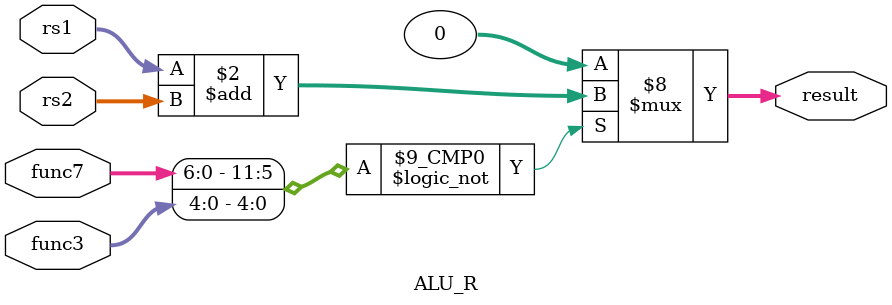
<source format=v>
module ALU_R(
    input  wire [4:0]  func3,  // Функциональный код для операций
    input  wire [6:0]  func7,  // Дополнительный функциональный код для умножения и деления
    input  wire [31:0] rs1,    // Первый операнд
    input  wire [31:0] rs2,    // Второй операнд
    output wire [31:0] result  // Результат операции
);

    // Определение операций
    parameter ADD = 7'b0000000;  // Сложение
    parameter SUB = 7'b0100000;  // Вычитание
    parameter AND = 7'b0000000;  // Битовая операция AND
    parameter OR  = 7'b0000000;  // Битовая операция OR
    parameter XOR = 7'b0000000;  // Битовая операция XOR

    // Выполнение операций
    always @(*) begin
        case ({func7, func3})
            {ADD, 7'b0000000}: result = rs1 + rs2;  // Сложение
            {SUB, 7'b0100000}: result = rs1 - rs2;  // Вычитание
            {AND, 7'b0000000}: result = rs1 & rs2;   // Битовая операция AND
            {OR,  7'b0000000}: result = rs1 | rs2;   // Битовая операция OR
            {XOR, 7'b0000000}: result = rs1 ^ rs2;  // Битовая операция XOR
            default: result = 32'd0;                // По умолчанию
        endcase
    end

endmodule
</source>
